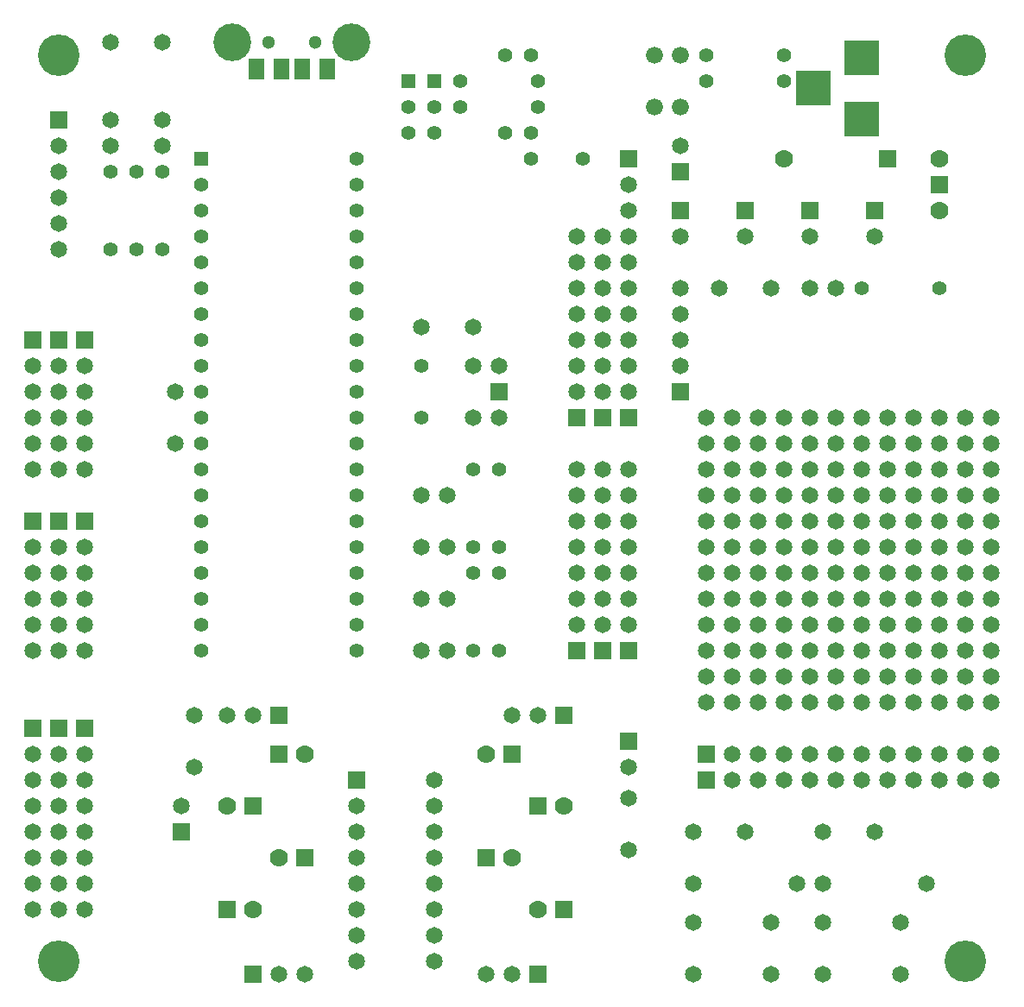
<source format=gbs>
G04 (created by PCBNEW (2013-07-07 BZR 4022)-stable) date Sat 19 Apr 2014 15:11:25 SAST*
%MOIN*%
G04 Gerber Fmt 3.4, Leading zero omitted, Abs format*
%FSLAX34Y34*%
G01*
G70*
G90*
G04 APERTURE LIST*
%ADD10C,0.00590551*%
%ADD11C,0.065*%
%ADD12R,0.065X0.065*%
%ADD13C,0.056*%
%ADD14R,0.1378X0.1378*%
%ADD15C,0.07*%
%ADD16R,0.07X0.07*%
%ADD17C,0.16*%
%ADD18R,0.055X0.055*%
%ADD19C,0.055*%
%ADD20R,0.06X0.0787402*%
%ADD21C,0.145669*%
%ADD22C,0.0511811*%
%ADD23C,0.066*%
G04 APERTURE END LIST*
G54D10*
G54D11*
X50500Y-55000D03*
X50500Y-57000D03*
X53500Y-57000D03*
X53500Y-55000D03*
X55500Y-55000D03*
X55500Y-57000D03*
X58500Y-57000D03*
X58500Y-55000D03*
X30000Y-21000D03*
X28000Y-21000D03*
X28000Y-24000D03*
X30000Y-24000D03*
G54D12*
X26000Y-24000D03*
G54D11*
X26000Y-25000D03*
X26000Y-26000D03*
X26000Y-27000D03*
X26000Y-28000D03*
X26000Y-29000D03*
G54D12*
X50000Y-34500D03*
G54D11*
X50000Y-33500D03*
X50000Y-32500D03*
X50000Y-31500D03*
X50000Y-30500D03*
G54D12*
X34500Y-47000D03*
G54D11*
X33500Y-47000D03*
X32500Y-47000D03*
G54D12*
X45500Y-47000D03*
G54D11*
X44500Y-47000D03*
X43500Y-47000D03*
G54D12*
X44500Y-57000D03*
G54D11*
X43500Y-57000D03*
X42500Y-57000D03*
G54D12*
X33500Y-57000D03*
G54D11*
X34500Y-57000D03*
X35500Y-57000D03*
G54D12*
X48000Y-25500D03*
G54D11*
X48000Y-26500D03*
X48000Y-27500D03*
X54500Y-53500D03*
X50500Y-53500D03*
X59500Y-53500D03*
X55500Y-53500D03*
X40000Y-44500D03*
X41000Y-44500D03*
X55000Y-30500D03*
X56000Y-30500D03*
X40000Y-38500D03*
X41000Y-38500D03*
X40000Y-40500D03*
X41000Y-40500D03*
X40000Y-42500D03*
X41000Y-42500D03*
G54D13*
X40000Y-35500D03*
X40000Y-33500D03*
G54D12*
X37500Y-49500D03*
G54D11*
X37500Y-50500D03*
X37500Y-51500D03*
X37500Y-52500D03*
X37500Y-53500D03*
X37500Y-54500D03*
X37500Y-55500D03*
X37500Y-56500D03*
X40500Y-56500D03*
X40500Y-55500D03*
X40500Y-54500D03*
X40500Y-53500D03*
X40500Y-52500D03*
X40500Y-51500D03*
X40500Y-50500D03*
X40500Y-49500D03*
X40000Y-32000D03*
X42000Y-32000D03*
X31250Y-47000D03*
X31250Y-49000D03*
X28000Y-25000D03*
X30000Y-25000D03*
X48000Y-50200D03*
X48000Y-52200D03*
X30500Y-36500D03*
X30500Y-34500D03*
X57500Y-51500D03*
X55500Y-51500D03*
X52500Y-51500D03*
X50500Y-51500D03*
X51500Y-30500D03*
X53500Y-30500D03*
G54D12*
X48000Y-48000D03*
G54D11*
X48000Y-49000D03*
G54D12*
X30750Y-51500D03*
G54D11*
X30750Y-50500D03*
G54D12*
X50000Y-26000D03*
G54D11*
X50000Y-25000D03*
G54D12*
X57500Y-27500D03*
G54D11*
X57500Y-28500D03*
G54D12*
X50000Y-27500D03*
G54D11*
X50000Y-28500D03*
G54D12*
X55000Y-27500D03*
G54D11*
X55000Y-28500D03*
G54D12*
X52500Y-27500D03*
G54D11*
X52500Y-28500D03*
X43000Y-33500D03*
X42000Y-33500D03*
X43000Y-35500D03*
X42000Y-35500D03*
G54D14*
X57000Y-23941D03*
X57000Y-21579D03*
X55150Y-22760D03*
G54D11*
X26000Y-54500D03*
X26000Y-53500D03*
X26000Y-52500D03*
X26000Y-51500D03*
X26000Y-50500D03*
X26000Y-49500D03*
X26000Y-48500D03*
G54D12*
X26000Y-47500D03*
X26000Y-47500D03*
G54D11*
X26000Y-48500D03*
X26000Y-49500D03*
X26000Y-50500D03*
X26000Y-51500D03*
X26000Y-52500D03*
X26000Y-53500D03*
X26000Y-54500D03*
X27000Y-54500D03*
X27000Y-53500D03*
X27000Y-52500D03*
X27000Y-51500D03*
X27000Y-50500D03*
X27000Y-49500D03*
X27000Y-48500D03*
G54D12*
X27000Y-47500D03*
X25000Y-47500D03*
X27000Y-47500D03*
G54D11*
X25000Y-48500D03*
X27000Y-48500D03*
X25000Y-49500D03*
X27000Y-49500D03*
X25000Y-50500D03*
X27000Y-50500D03*
X25000Y-51500D03*
X27000Y-51500D03*
X25000Y-52500D03*
X27000Y-52500D03*
X25000Y-53500D03*
X27000Y-53500D03*
X25000Y-54500D03*
X27000Y-54500D03*
G54D12*
X51000Y-48500D03*
G54D11*
X52000Y-48500D03*
X53000Y-48500D03*
X54000Y-48500D03*
X55000Y-48500D03*
X56000Y-48500D03*
X57000Y-48500D03*
X58000Y-48500D03*
X59000Y-48500D03*
X60000Y-48500D03*
X61000Y-48500D03*
X62000Y-48500D03*
G54D12*
X51000Y-49500D03*
G54D11*
X52000Y-49500D03*
X53000Y-49500D03*
X54000Y-49500D03*
X55000Y-49500D03*
X56000Y-49500D03*
X57000Y-49500D03*
X58000Y-49500D03*
X59000Y-49500D03*
X60000Y-49500D03*
X61000Y-49500D03*
X62000Y-49500D03*
X47000Y-28500D03*
X47000Y-29500D03*
X47000Y-30500D03*
X47000Y-31500D03*
X47000Y-32500D03*
X47000Y-33500D03*
X47000Y-34500D03*
G54D12*
X47000Y-35500D03*
X47000Y-35500D03*
G54D11*
X47000Y-34500D03*
X47000Y-33500D03*
X47000Y-32500D03*
X47000Y-31500D03*
X47000Y-30500D03*
X47000Y-29500D03*
X47000Y-28500D03*
X46000Y-28500D03*
X46000Y-29500D03*
X46000Y-30500D03*
X46000Y-31500D03*
X46000Y-32500D03*
X46000Y-33500D03*
X46000Y-34500D03*
G54D12*
X46000Y-35500D03*
X48000Y-35500D03*
X46000Y-35500D03*
G54D11*
X48000Y-34500D03*
X46000Y-34500D03*
X48000Y-33500D03*
X46000Y-33500D03*
X48000Y-32500D03*
X46000Y-32500D03*
X48000Y-31500D03*
X46000Y-31500D03*
X48000Y-30500D03*
X46000Y-30500D03*
X48000Y-29500D03*
X46000Y-29500D03*
X48000Y-28500D03*
X46000Y-28500D03*
X47000Y-37500D03*
X47000Y-38500D03*
X47000Y-39500D03*
X47000Y-40500D03*
X47000Y-41500D03*
X47000Y-42500D03*
X47000Y-43500D03*
G54D12*
X47000Y-44500D03*
X47000Y-44500D03*
G54D11*
X47000Y-43500D03*
X47000Y-42500D03*
X47000Y-41500D03*
X47000Y-40500D03*
X47000Y-39500D03*
X47000Y-38500D03*
X47000Y-37500D03*
X46000Y-37500D03*
X46000Y-38500D03*
X46000Y-39500D03*
X46000Y-40500D03*
X46000Y-41500D03*
X46000Y-42500D03*
X46000Y-43500D03*
G54D12*
X46000Y-44500D03*
X48000Y-44500D03*
X46000Y-44500D03*
G54D11*
X48000Y-43500D03*
X46000Y-43500D03*
X48000Y-42500D03*
X46000Y-42500D03*
X48000Y-41500D03*
X46000Y-41500D03*
X48000Y-40500D03*
X46000Y-40500D03*
X48000Y-39500D03*
X46000Y-39500D03*
X48000Y-38500D03*
X46000Y-38500D03*
X48000Y-37500D03*
X46000Y-37500D03*
G54D12*
X26000Y-32500D03*
G54D11*
X26000Y-33500D03*
X26000Y-34500D03*
X26000Y-35500D03*
X26000Y-36500D03*
X26000Y-37500D03*
X27000Y-37500D03*
X27000Y-36500D03*
X27000Y-35500D03*
X27000Y-34500D03*
X27000Y-33500D03*
G54D12*
X27000Y-32500D03*
X25000Y-32500D03*
X27000Y-32500D03*
G54D11*
X25000Y-33500D03*
X27000Y-33500D03*
X25000Y-34500D03*
X27000Y-34500D03*
X25000Y-35500D03*
X27000Y-35500D03*
X25000Y-36500D03*
X27000Y-36500D03*
X25000Y-37500D03*
X27000Y-37500D03*
G54D12*
X26000Y-39500D03*
G54D11*
X26000Y-40500D03*
X26000Y-41500D03*
X26000Y-42500D03*
X26000Y-43500D03*
X26000Y-44500D03*
X27000Y-44500D03*
X27000Y-43500D03*
X27000Y-42500D03*
X27000Y-41500D03*
X27000Y-40500D03*
G54D12*
X27000Y-39500D03*
X25000Y-39500D03*
X27000Y-39500D03*
G54D11*
X25000Y-40500D03*
X27000Y-40500D03*
X25000Y-41500D03*
X27000Y-41500D03*
X25000Y-42500D03*
X27000Y-42500D03*
X25000Y-43500D03*
X27000Y-43500D03*
X25000Y-44500D03*
X27000Y-44500D03*
G54D15*
X60000Y-25500D03*
G54D16*
X60000Y-26500D03*
G54D15*
X60000Y-27500D03*
X35500Y-48500D03*
G54D16*
X35500Y-52500D03*
G54D15*
X45500Y-50500D03*
G54D16*
X45500Y-54500D03*
G54D15*
X42500Y-48500D03*
G54D16*
X42500Y-52500D03*
G54D15*
X44500Y-54500D03*
G54D16*
X44500Y-50500D03*
G54D15*
X43500Y-52500D03*
G54D16*
X43500Y-48500D03*
G54D15*
X32500Y-50500D03*
G54D16*
X32500Y-54500D03*
G54D15*
X33500Y-54500D03*
G54D16*
X33500Y-50500D03*
G54D15*
X34500Y-52500D03*
G54D16*
X34500Y-48500D03*
G54D15*
X54000Y-25500D03*
G54D16*
X58000Y-25500D03*
G54D12*
X43000Y-34500D03*
G54D17*
X26000Y-21500D03*
X61000Y-21500D03*
X26000Y-56500D03*
X61000Y-56500D03*
G54D18*
X31500Y-25500D03*
G54D19*
X31500Y-26500D03*
X31500Y-27500D03*
X31500Y-28500D03*
X31500Y-29500D03*
X31500Y-30500D03*
X31500Y-31500D03*
X31500Y-32500D03*
X31500Y-33500D03*
X31500Y-34500D03*
X31500Y-35500D03*
X31500Y-36500D03*
X31500Y-37500D03*
X31500Y-38500D03*
X31500Y-39500D03*
X31500Y-40500D03*
X31500Y-41500D03*
X31500Y-42500D03*
X31500Y-43500D03*
X31500Y-44500D03*
X37500Y-44500D03*
X37500Y-43500D03*
X37500Y-42500D03*
X37500Y-41500D03*
X37500Y-40500D03*
X37500Y-39500D03*
X37500Y-38500D03*
X37500Y-37500D03*
X37500Y-36500D03*
X37500Y-35500D03*
X37500Y-34500D03*
X37500Y-33500D03*
X37500Y-32500D03*
X37500Y-31500D03*
X37500Y-30500D03*
X37500Y-29500D03*
X37500Y-28500D03*
X37500Y-27500D03*
X37500Y-26500D03*
X37500Y-25500D03*
G54D20*
X33622Y-22023D03*
X34606Y-22023D03*
X35393Y-22023D03*
X36377Y-22023D03*
G54D21*
X37303Y-21000D03*
X32696Y-21000D03*
G54D22*
X35885Y-21000D03*
X34114Y-21000D03*
G54D19*
X42000Y-44500D03*
X42000Y-41500D03*
X43000Y-40500D03*
X43000Y-37500D03*
X42000Y-40500D03*
X42000Y-37500D03*
X43000Y-44500D03*
X43000Y-41500D03*
X29000Y-26000D03*
X29000Y-29000D03*
X30000Y-29000D03*
X30000Y-26000D03*
X28000Y-26000D03*
X28000Y-29000D03*
X57000Y-30500D03*
X60000Y-30500D03*
G54D18*
X40500Y-22500D03*
G54D19*
X40500Y-23500D03*
X40500Y-24500D03*
G54D18*
X39500Y-22500D03*
G54D19*
X39500Y-23500D03*
X39500Y-24500D03*
X54000Y-22500D03*
X51000Y-22500D03*
X54000Y-21500D03*
X51000Y-21500D03*
G54D23*
X50000Y-21500D03*
X49000Y-21500D03*
X50000Y-23500D03*
X49000Y-23500D03*
G54D19*
X46250Y-25500D03*
X44250Y-25500D03*
G54D11*
X57000Y-46500D03*
X57000Y-45500D03*
X57000Y-44500D03*
X57000Y-43500D03*
X57000Y-42500D03*
X57000Y-41500D03*
X57000Y-40500D03*
X57000Y-39500D03*
X57000Y-38500D03*
X57000Y-37500D03*
X57000Y-36500D03*
X57000Y-35500D03*
X58000Y-46500D03*
X58000Y-45500D03*
X58000Y-44500D03*
X58000Y-43500D03*
X58000Y-42500D03*
X58000Y-41500D03*
X58000Y-40500D03*
X58000Y-39500D03*
X58000Y-38500D03*
X58000Y-37500D03*
X58000Y-36500D03*
X58000Y-35500D03*
X62000Y-46500D03*
X62000Y-45500D03*
X62000Y-44500D03*
X62000Y-43500D03*
X62000Y-42500D03*
X62000Y-41500D03*
X62000Y-40500D03*
X62000Y-39500D03*
X62000Y-38500D03*
X62000Y-37500D03*
X62000Y-36500D03*
X62000Y-35500D03*
X59000Y-46500D03*
X59000Y-45500D03*
X59000Y-44500D03*
X59000Y-43500D03*
X59000Y-42500D03*
X59000Y-41500D03*
X59000Y-40500D03*
X59000Y-39500D03*
X59000Y-38500D03*
X59000Y-37500D03*
X59000Y-36500D03*
X59000Y-35500D03*
X60000Y-46500D03*
X60000Y-45500D03*
X60000Y-44500D03*
X60000Y-43500D03*
X60000Y-42500D03*
X60000Y-41500D03*
X60000Y-40500D03*
X60000Y-39500D03*
X60000Y-38500D03*
X60000Y-37500D03*
X60000Y-36500D03*
X60000Y-35500D03*
X61000Y-46500D03*
X61000Y-45500D03*
X61000Y-44500D03*
X61000Y-43500D03*
X61000Y-42500D03*
X61000Y-41500D03*
X61000Y-40500D03*
X61000Y-39500D03*
X61000Y-38500D03*
X61000Y-37500D03*
X61000Y-36500D03*
X61000Y-35500D03*
X51000Y-46500D03*
X51000Y-45500D03*
X51000Y-44500D03*
X51000Y-43500D03*
X51000Y-42500D03*
X51000Y-41500D03*
X51000Y-40500D03*
X51000Y-39500D03*
X51000Y-38500D03*
X51000Y-37500D03*
X51000Y-36500D03*
X51000Y-35500D03*
X52000Y-46500D03*
X52000Y-45500D03*
X52000Y-44500D03*
X52000Y-43500D03*
X52000Y-42500D03*
X52000Y-41500D03*
X52000Y-40500D03*
X52000Y-39500D03*
X52000Y-38500D03*
X52000Y-37500D03*
X52000Y-36500D03*
X52000Y-35500D03*
X56000Y-46500D03*
X56000Y-45500D03*
X56000Y-44500D03*
X56000Y-43500D03*
X56000Y-42500D03*
X56000Y-41500D03*
X56000Y-40500D03*
X56000Y-39500D03*
X56000Y-38500D03*
X56000Y-37500D03*
X56000Y-36500D03*
X56000Y-35500D03*
X54000Y-46500D03*
X54000Y-45500D03*
X54000Y-44500D03*
X54000Y-43500D03*
X54000Y-42500D03*
X54000Y-41500D03*
X54000Y-40500D03*
X54000Y-39500D03*
X54000Y-38500D03*
X54000Y-37500D03*
X54000Y-36500D03*
X54000Y-35500D03*
X55000Y-46500D03*
X55000Y-45500D03*
X55000Y-44500D03*
X55000Y-43500D03*
X55000Y-42500D03*
X55000Y-41500D03*
X55000Y-40500D03*
X55000Y-39500D03*
X55000Y-38500D03*
X55000Y-37500D03*
X55000Y-36500D03*
X55000Y-35500D03*
X53000Y-46500D03*
X53000Y-45500D03*
X53000Y-44500D03*
X53000Y-43500D03*
X53000Y-42500D03*
X53000Y-41500D03*
X53000Y-40500D03*
X53000Y-39500D03*
X53000Y-38500D03*
X53000Y-37500D03*
X53000Y-36500D03*
X53000Y-35500D03*
G54D19*
X41500Y-22500D03*
X44500Y-22500D03*
X41500Y-23500D03*
X44500Y-23500D03*
X43250Y-24500D03*
X44250Y-24500D03*
X43250Y-21500D03*
X44250Y-21500D03*
M02*

</source>
